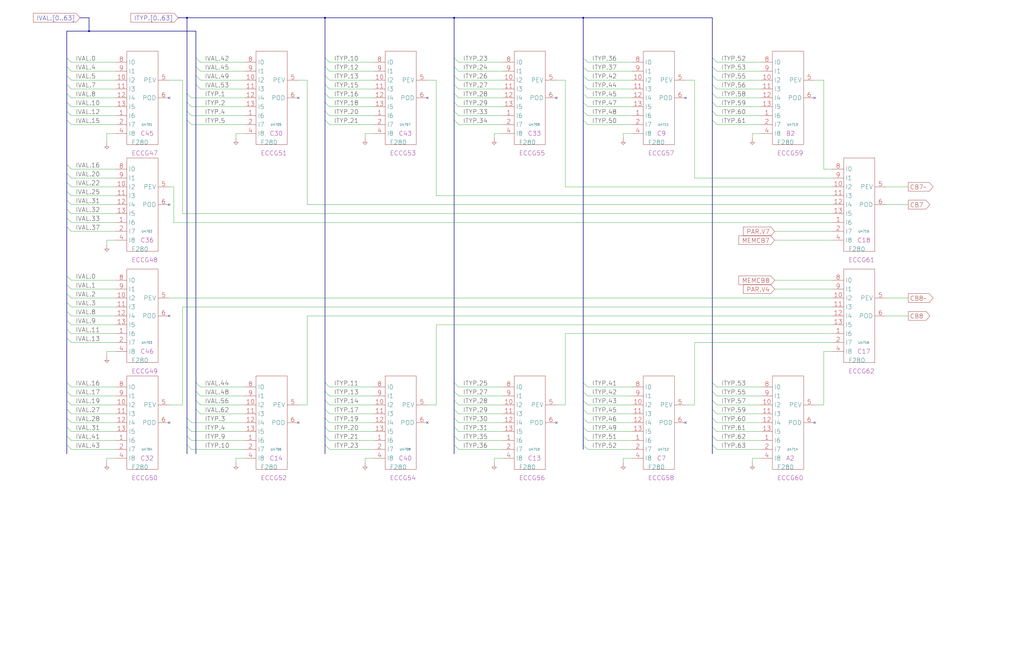
<source format=kicad_sch>
(kicad_sch (version 20250114) (generator "eeschema") (generator_version "9.0")
  (paper "User" 584.2 378.46)
  (title_block (title "ERROR CHECKING & CORRECTION\\nCHECK BITS 7 & 8") (date "22-SEP-90") (rev "2.0") (comment 1 "IOC") (comment 2 "232-003061") (comment 3 "S400") (comment 4 "RELEASED"))
  (lib_symbols
    (symbol "r1000:F280" (pin_names (offset 1.016))
      (property "Reference" "U" (at 2.54 5.08 0))
      (property "Value" "F280" (at -6.35 -5.08 0))
      (property "Location" "___" (at -1.27 0 0))
      (property "Name" "______" (at 1.27 -12.7 0))
      (symbol "F280_1_1"
        (rectangle (start -8.89 46.99) (end 8.89 -6.35))
        (pin input line (at -15.24 40.64 0) (length 6.35) (name "I0") (number "8"))
        (pin input line (at -15.24 35.56 0) (length 6.35) (name "I1") (number "9"))
        (pin input line (at -15.24 30.48 0) (length 6.35) (name "I2") (number "10"))
        (pin input line (at -15.24 25.4 0) (length 6.35) (name "I3") (number "11"))
        (pin input line (at -15.24 20.32 0) (length 6.35) (name "I4") (number "12"))
        (pin input line (at -15.24 15.24 0) (length 6.35) (name "I5") (number "13"))
        (pin input line (at -15.24 10.16 0) (length 6.35) (name "I6") (number "1"))
        (pin input line (at -15.24 5.08 0) (length 6.35) (name "I7") (number "2"))
        (pin input line (at -15.24 0 0) (length 6.35) (name "I8") (number "4"))
        (pin output line (at 15.24 30.48 180) (length 6.35) (name "PEV") (number "5"))
        (pin output line (at 15.24 20.32 180) (length 6.35) (name "POD") (number "6"))
      )
    )
    (symbol "r1000:PD" (power) (pin_numbers (hide yes)) (pin_names (hide yes)) (in_bom no)
      (symbol "PD_0_1"
        (polyline (pts (xy 0 -2.54) (xy 1.27 -2.54) (xy 0 -3.81) (xy -1.27 -2.54) (xy 0 -2.54)) (stroke (width 0.1524)))
      )
      (symbol "PD_1_1"
        (pin power_in line (at 0 0 270) (length 2.54) (name "PD") (number "1"))
      )
    )
  )
  (junction (at 106.68 10.16))
  (junction (at 259.08 10.16))
  (junction (at 50.8 17.78))
  (junction (at 332.74 10.16))
  (junction (at 185.42 10.16))
  (no_connect (at 317.5 241.3))
  (no_connect (at 170.18 241.3))
  (no_connect (at 96.52 116.84))
  (no_connect (at 391.16 55.88))
  (no_connect (at 464.82 55.88))
  (no_connect (at 170.18 55.88))
  (no_connect (at 391.16 241.3))
  (no_connect (at 317.5 55.88))
  (no_connect (at 464.82 241.3))
  (no_connect (at 96.52 241.3))
  (no_connect (at 96.52 180.34))
  (no_connect (at 243.84 55.88))
  (no_connect (at 96.52 55.88))
  (no_connect (at 243.84 241.3))
  (bus_entry (at 185.42 254) (size 2.54 2.54))
  (bus_entry (at 185.42 218.44) (size 2.54 2.54))
  (bus_entry (at 259.08 254) (size 2.54 2.54))
  (bus_entry (at 111.76 38.1) (size 2.54 2.54))
  (bus_entry (at 106.68 58.42) (size 2.54 2.54))
  (bus_entry (at 106.68 243.84) (size 2.54 2.54))
  (bus_entry (at 38.1 157.48) (size 2.54 2.54))
  (bus_entry (at 185.42 68.58) (size 2.54 2.54))
  (bus_entry (at 106.68 248.92) (size 2.54 2.54))
  (bus_entry (at 106.68 68.58) (size 2.54 2.54))
  (bus_entry (at 406.4 218.44) (size 2.54 2.54))
  (bus_entry (at 332.74 68.58) (size 2.54 2.54))
  (bus_entry (at 406.4 38.1) (size 2.54 2.54))
  (bus_entry (at 332.74 48.26) (size 2.54 2.54))
  (bus_entry (at 185.42 243.84) (size 2.54 2.54))
  (bus_entry (at 106.68 238.76) (size 2.54 2.54))
  (bus_entry (at 111.76 233.68) (size 2.54 2.54))
  (bus_entry (at 38.1 114.3) (size 2.54 2.54))
  (bus_entry (at 259.08 63.5) (size 2.54 2.54))
  (bus_entry (at 332.74 58.42) (size 2.54 2.54))
  (bus_entry (at 106.68 254) (size 2.54 2.54))
  (bus_entry (at 185.42 48.26) (size 2.54 2.54))
  (bus_entry (at 332.74 53.34) (size 2.54 2.54))
  (bus_entry (at 111.76 223.52) (size 2.54 2.54))
  (bus_entry (at 38.1 254) (size 2.54 2.54))
  (bus_entry (at 38.1 63.5) (size 2.54 2.54))
  (bus_entry (at 38.1 187.96) (size 2.54 2.54))
  (bus_entry (at 38.1 48.26) (size 2.54 2.54))
  (bus_entry (at 259.08 243.84) (size 2.54 2.54))
  (bus_entry (at 38.1 172.72) (size 2.54 2.54))
  (bus_entry (at 406.4 68.58) (size 2.54 2.54))
  (bus_entry (at 185.42 38.1) (size 2.54 2.54))
  (bus_entry (at 38.1 248.92) (size 2.54 2.54))
  (bus_entry (at 185.42 228.6) (size 2.54 2.54))
  (bus_entry (at 332.74 63.5) (size 2.54 2.54))
  (bus_entry (at 332.74 223.52) (size 2.54 2.54))
  (bus_entry (at 38.1 129.54) (size 2.54 2.54))
  (bus_entry (at 332.74 233.68) (size 2.54 2.54))
  (bus_entry (at 259.08 218.44) (size 2.54 2.54))
  (bus_entry (at 38.1 109.22) (size 2.54 2.54))
  (bus_entry (at 38.1 218.44) (size 2.54 2.54))
  (bus_entry (at 259.08 238.76) (size 2.54 2.54))
  (bus_entry (at 185.42 248.92) (size 2.54 2.54))
  (bus_entry (at 406.4 233.68) (size 2.54 2.54))
  (bus_entry (at 38.1 238.76) (size 2.54 2.54))
  (bus_entry (at 406.4 53.34) (size 2.54 2.54))
  (bus_entry (at 106.68 53.34) (size 2.54 2.54))
  (bus_entry (at 111.76 218.44) (size 2.54 2.54))
  (bus_entry (at 38.1 233.68) (size 2.54 2.54))
  (bus_entry (at 406.4 228.6) (size 2.54 2.54))
  (bus_entry (at 38.1 33.02) (size 2.54 2.54))
  (bus_entry (at 38.1 223.52) (size 2.54 2.54))
  (bus_entry (at 259.08 43.18) (size 2.54 2.54))
  (bus_entry (at 332.74 243.84) (size 2.54 2.54))
  (bus_entry (at 106.68 63.5) (size 2.54 2.54))
  (bus_entry (at 185.42 58.42) (size 2.54 2.54))
  (bus_entry (at 332.74 33.02) (size 2.54 2.54))
  (bus_entry (at 38.1 99.06) (size 2.54 2.54))
  (bus_entry (at 406.4 248.92) (size 2.54 2.54))
  (bus_entry (at 259.08 48.26) (size 2.54 2.54))
  (bus_entry (at 332.74 238.76) (size 2.54 2.54))
  (bus_entry (at 259.08 223.52) (size 2.54 2.54))
  (bus_entry (at 259.08 233.68) (size 2.54 2.54))
  (bus_entry (at 332.74 228.6) (size 2.54 2.54))
  (bus_entry (at 259.08 33.02) (size 2.54 2.54))
  (bus_entry (at 38.1 228.6) (size 2.54 2.54))
  (bus_entry (at 111.76 43.18) (size 2.54 2.54))
  (bus_entry (at 185.42 233.68) (size 2.54 2.54))
  (bus_entry (at 406.4 254) (size 2.54 2.54))
  (bus_entry (at 406.4 58.42) (size 2.54 2.54))
  (bus_entry (at 332.74 38.1) (size 2.54 2.54))
  (bus_entry (at 185.42 33.02) (size 2.54 2.54))
  (bus_entry (at 406.4 223.52) (size 2.54 2.54))
  (bus_entry (at 38.1 177.8) (size 2.54 2.54))
  (bus_entry (at 111.76 228.6) (size 2.54 2.54))
  (bus_entry (at 406.4 48.26) (size 2.54 2.54))
  (bus_entry (at 38.1 182.88) (size 2.54 2.54))
  (bus_entry (at 38.1 93.98) (size 2.54 2.54))
  (bus_entry (at 259.08 68.58) (size 2.54 2.54))
  (bus_entry (at 406.4 243.84) (size 2.54 2.54))
  (bus_entry (at 332.74 254) (size 2.54 2.54))
  (bus_entry (at 185.42 238.76) (size 2.54 2.54))
  (bus_entry (at 259.08 228.6) (size 2.54 2.54))
  (bus_entry (at 38.1 58.42) (size 2.54 2.54))
  (bus_entry (at 38.1 104.14) (size 2.54 2.54))
  (bus_entry (at 38.1 162.56) (size 2.54 2.54))
  (bus_entry (at 38.1 68.58) (size 2.54 2.54))
  (bus_entry (at 332.74 218.44) (size 2.54 2.54))
  (bus_entry (at 259.08 58.42) (size 2.54 2.54))
  (bus_entry (at 406.4 43.18) (size 2.54 2.54))
  (bus_entry (at 38.1 124.46) (size 2.54 2.54))
  (bus_entry (at 38.1 53.34) (size 2.54 2.54))
  (bus_entry (at 38.1 43.18) (size 2.54 2.54))
  (bus_entry (at 38.1 193.04) (size 2.54 2.54))
  (bus_entry (at 38.1 119.38) (size 2.54 2.54))
  (bus_entry (at 259.08 38.1) (size 2.54 2.54))
  (bus_entry (at 332.74 43.18) (size 2.54 2.54))
  (bus_entry (at 38.1 167.64) (size 2.54 2.54))
  (bus_entry (at 111.76 33.02) (size 2.54 2.54))
  (bus_entry (at 38.1 243.84) (size 2.54 2.54))
  (bus_entry (at 185.42 43.18) (size 2.54 2.54))
  (bus_entry (at 259.08 248.92) (size 2.54 2.54))
  (bus_entry (at 185.42 53.34) (size 2.54 2.54))
  (bus_entry (at 111.76 48.26) (size 2.54 2.54))
  (bus_entry (at 185.42 223.52) (size 2.54 2.54))
  (bus_entry (at 406.4 63.5) (size 2.54 2.54))
  (bus_entry (at 185.42 63.5) (size 2.54 2.54))
  (bus_entry (at 259.08 53.34) (size 2.54 2.54))
  (bus_entry (at 406.4 33.02) (size 2.54 2.54))
  (bus_entry (at 332.74 248.92) (size 2.54 2.54))
  (bus_entry (at 38.1 38.1) (size 2.54 2.54))
  (bus_entry (at 406.4 238.76) (size 2.54 2.54))
  (wire (pts (xy 40.64 111.76) (xy 66.04 111.76)))
  (wire (pts (xy 335.28 231.14) (xy 360.68 231.14)))
  (bus (pts (xy 185.42 233.68) (xy 185.42 238.76)))
  (bus (pts (xy 38.1 193.04) (xy 38.1 218.44)))
  (wire (pts (xy 261.62 256.54) (xy 287.02 256.54)))
  (wire (pts (xy 187.96 241.3) (xy 213.36 241.3)))
  (bus (pts (xy 185.42 58.42) (xy 185.42 63.5)))
  (bus (pts (xy 259.08 10.16) (xy 259.08 33.02)))
  (bus (pts (xy 259.08 243.84) (xy 259.08 248.92)))
  (wire (pts (xy 96.52 231.14) (xy 104.14 231.14)))
  (bus (pts (xy 406.4 38.1) (xy 406.4 43.18)))
  (wire (pts (xy 408.94 66.04) (xy 434.34 66.04)))
  (wire (pts (xy 187.96 40.64) (xy 213.36 40.64)))
  (bus (pts (xy 38.1 58.42) (xy 38.1 63.5)))
  (bus (pts (xy 111.76 38.1) (xy 111.76 43.18)))
  (wire (pts (xy 187.96 45.72) (xy 213.36 45.72)))
  (wire (pts (xy 40.64 241.3) (xy 66.04 241.3)))
  (wire (pts (xy 213.36 76.2) (xy 208.28 76.2)))
  (wire (pts (xy 505.46 180.34) (xy 518.16 180.34)))
  (bus (pts (xy 185.42 38.1) (xy 185.42 43.18)))
  (wire (pts (xy 66.04 261.62) (xy 60.96 261.62)))
  (bus (pts (xy 406.4 63.5) (xy 406.4 68.58)))
  (wire (pts (xy 408.94 40.64) (xy 434.34 40.64)))
  (bus (pts (xy 50.8 10.16) (xy 50.8 17.78)))
  (wire (pts (xy 261.62 71.12) (xy 287.02 71.12)))
  (bus (pts (xy 38.1 38.1) (xy 38.1 43.18)))
  (bus (pts (xy 406.4 48.26) (xy 406.4 53.34)))
  (bus (pts (xy 406.4 68.58) (xy 406.4 218.44)))
  (wire (pts (xy 261.62 231.14) (xy 287.02 231.14)))
  (bus (pts (xy 38.1 17.78) (xy 50.8 17.78)))
  (wire (pts (xy 469.9 200.66) (xy 474.98 200.66)))
  (bus (pts (xy 332.74 53.34) (xy 332.74 58.42)))
  (bus (pts (xy 185.42 228.6) (xy 185.42 233.68)))
  (wire (pts (xy 104.14 231.14) (xy 104.14 175.26)))
  (wire (pts (xy 187.96 231.14) (xy 213.36 231.14)))
  (wire (pts (xy 96.52 170.18) (xy 474.98 170.18)))
  (bus (pts (xy 106.68 53.34) (xy 106.68 58.42)))
  (bus (pts (xy 259.08 228.6) (xy 259.08 233.68)))
  (wire (pts (xy 408.94 256.54) (xy 434.34 256.54)))
  (bus (pts (xy 185.42 33.02) (xy 185.42 38.1)))
  (wire (pts (xy 505.46 170.18) (xy 518.16 170.18)))
  (wire (pts (xy 335.28 60.96) (xy 360.68 60.96)))
  (wire (pts (xy 396.24 195.58) (xy 474.98 195.58)))
  (wire (pts (xy 335.28 220.98) (xy 360.68 220.98)))
  (wire (pts (xy 40.64 132.08) (xy 66.04 132.08)))
  (wire (pts (xy 322.58 45.72) (xy 317.5 45.72)))
  (wire (pts (xy 360.68 261.62) (xy 355.6 261.62)))
  (bus (pts (xy 406.4 58.42) (xy 406.4 63.5)))
  (bus (pts (xy 38.1 33.02) (xy 38.1 38.1)))
  (wire (pts (xy 505.46 116.84) (xy 518.16 116.84)))
  (bus (pts (xy 38.1 233.68) (xy 38.1 238.76)))
  (wire (pts (xy 261.62 251.46) (xy 287.02 251.46)))
  (wire (pts (xy 175.26 116.84) (xy 175.26 45.72)))
  (bus (pts (xy 332.74 248.92) (xy 332.74 254)))
  (wire (pts (xy 60.96 76.2) (xy 66.04 76.2)))
  (bus (pts (xy 406.4 218.44) (xy 406.4 223.52)))
  (wire (pts (xy 40.64 236.22) (xy 66.04 236.22)))
  (bus (pts (xy 332.74 218.44) (xy 332.74 223.52)))
  (bus (pts (xy 111.76 48.26) (xy 111.76 218.44)))
  (wire (pts (xy 187.96 60.96) (xy 213.36 60.96)))
  (bus (pts (xy 38.1 53.34) (xy 38.1 58.42)))
  (bus (pts (xy 185.42 238.76) (xy 185.42 243.84)))
  (wire (pts (xy 175.26 45.72) (xy 170.18 45.72)))
  (bus (pts (xy 38.1 114.3) (xy 38.1 119.38)))
  (wire (pts (xy 335.28 55.88) (xy 360.68 55.88)))
  (wire (pts (xy 104.14 121.92) (xy 474.98 121.92)))
  (bus (pts (xy 38.1 177.8) (xy 38.1 182.88)))
  (bus (pts (xy 38.1 124.46) (xy 38.1 129.54)))
  (wire (pts (xy 322.58 231.14) (xy 317.5 231.14)))
  (wire (pts (xy 40.64 226.06) (xy 66.04 226.06)))
  (wire (pts (xy 429.26 261.62) (xy 429.26 264.16)))
  (wire (pts (xy 335.28 251.46) (xy 360.68 251.46)))
  (wire (pts (xy 40.64 66.04) (xy 66.04 66.04)))
  (wire (pts (xy 99.06 106.68) (xy 96.52 106.68)))
  (wire (pts (xy 335.28 256.54) (xy 360.68 256.54)))
  (bus (pts (xy 185.42 254) (xy 185.42 259.08)))
  (bus (pts (xy 111.76 43.18) (xy 111.76 48.26)))
  (bus (pts (xy 38.1 223.52) (xy 38.1 228.6)))
  (bus (pts (xy 185.42 10.16) (xy 259.08 10.16)))
  (wire (pts (xy 396.24 45.72) (xy 396.24 101.6)))
  (wire (pts (xy 109.22 55.88) (xy 139.7 55.88)))
  (wire (pts (xy 248.92 45.72) (xy 248.92 111.76)))
  (wire (pts (xy 187.96 35.56) (xy 213.36 35.56)))
  (wire (pts (xy 40.64 251.46) (xy 66.04 251.46)))
  (bus (pts (xy 185.42 243.84) (xy 185.42 248.92)))
  (wire (pts (xy 109.22 71.12) (xy 139.7 71.12)))
  (wire (pts (xy 40.64 195.58) (xy 66.04 195.58)))
  (bus (pts (xy 259.08 58.42) (xy 259.08 63.5)))
  (bus (pts (xy 38.1 187.96) (xy 38.1 193.04)))
  (bus (pts (xy 38.1 93.98) (xy 38.1 99.06)))
  (wire (pts (xy 114.3 231.14) (xy 139.7 231.14)))
  (wire (pts (xy 40.64 96.52) (xy 66.04 96.52)))
  (bus (pts (xy 38.1 248.92) (xy 38.1 254)))
  (bus (pts (xy 38.1 162.56) (xy 38.1 167.64)))
  (bus (pts (xy 259.08 38.1) (xy 259.08 43.18)))
  (wire (pts (xy 396.24 231.14) (xy 396.24 195.58)))
  (bus (pts (xy 332.74 10.16) (xy 332.74 33.02)))
  (wire (pts (xy 287.02 76.2) (xy 281.94 76.2)))
  (bus (pts (xy 185.42 218.44) (xy 185.42 223.52)))
  (wire (pts (xy 408.94 231.14) (xy 434.34 231.14)))
  (wire (pts (xy 360.68 76.2) (xy 355.6 76.2)))
  (wire (pts (xy 408.94 50.8) (xy 434.34 50.8)))
  (bus (pts (xy 38.1 109.22) (xy 38.1 114.3)))
  (wire (pts (xy 281.94 261.62) (xy 281.94 264.16)))
  (wire (pts (xy 335.28 35.56) (xy 360.68 35.56)))
  (bus (pts (xy 406.4 248.92) (xy 406.4 254)))
  (wire (pts (xy 335.28 45.72) (xy 360.68 45.72)))
  (wire (pts (xy 261.62 40.64) (xy 287.02 40.64)))
  (wire (pts (xy 187.96 246.38) (xy 213.36 246.38)))
  (wire (pts (xy 335.28 71.12) (xy 360.68 71.12)))
  (wire (pts (xy 139.7 76.2) (xy 134.62 76.2)))
  (wire (pts (xy 109.22 60.96) (xy 139.7 60.96)))
  (wire (pts (xy 408.94 246.38) (xy 434.34 246.38)))
  (wire (pts (xy 40.64 190.5) (xy 66.04 190.5)))
  (bus (pts (xy 185.42 248.92) (xy 185.42 254)))
  (bus (pts (xy 38.1 119.38) (xy 38.1 124.46)))
  (wire (pts (xy 335.28 226.06) (xy 360.68 226.06)))
  (wire (pts (xy 96.52 45.72) (xy 104.14 45.72)))
  (wire (pts (xy 187.96 220.98) (xy 213.36 220.98)))
  (wire (pts (xy 40.64 50.8) (xy 66.04 50.8)))
  (bus (pts (xy 259.08 248.92) (xy 259.08 254)))
  (bus (pts (xy 106.68 10.16) (xy 185.42 10.16)))
  (bus (pts (xy 185.42 48.26) (xy 185.42 53.34)))
  (wire (pts (xy 40.64 231.14) (xy 66.04 231.14)))
  (wire (pts (xy 408.94 55.88) (xy 434.34 55.88)))
  (wire (pts (xy 248.92 231.14) (xy 248.92 185.42)))
  (wire (pts (xy 408.94 71.12) (xy 434.34 71.12)))
  (wire (pts (xy 391.16 45.72) (xy 396.24 45.72)))
  (wire (pts (xy 261.62 35.56) (xy 287.02 35.56)))
  (wire (pts (xy 281.94 76.2) (xy 281.94 78.74)))
  (bus (pts (xy 111.76 228.6) (xy 111.76 233.68)))
  (bus (pts (xy 38.1 238.76) (xy 38.1 243.84)))
  (wire (pts (xy 187.96 251.46) (xy 213.36 251.46)))
  (wire (pts (xy 40.64 256.54) (xy 66.04 256.54)))
  (bus (pts (xy 111.76 17.78) (xy 111.76 33.02)))
  (wire (pts (xy 474.98 180.34) (xy 175.26 180.34)))
  (bus (pts (xy 38.1 172.72) (xy 38.1 177.8)))
  (wire (pts (xy 261.62 236.22) (xy 287.02 236.22)))
  (wire (pts (xy 408.94 226.06) (xy 434.34 226.06)))
  (bus (pts (xy 332.74 228.6) (xy 332.74 233.68)))
  (wire (pts (xy 109.22 246.38) (xy 139.7 246.38)))
  (bus (pts (xy 106.68 254) (xy 106.68 259.08)))
  (wire (pts (xy 355.6 261.62) (xy 355.6 264.16)))
  (wire (pts (xy 60.96 81.28) (xy 60.96 76.2)))
  (bus (pts (xy 259.08 48.26) (xy 259.08 53.34)))
  (wire (pts (xy 261.62 66.04) (xy 287.02 66.04)))
  (wire (pts (xy 40.64 116.84) (xy 66.04 116.84)))
  (wire (pts (xy 322.58 190.5) (xy 322.58 231.14)))
  (bus (pts (xy 406.4 243.84) (xy 406.4 248.92)))
  (bus (pts (xy 38.1 182.88) (xy 38.1 187.96)))
  (wire (pts (xy 261.62 226.06) (xy 287.02 226.06)))
  (bus (pts (xy 185.42 10.16) (xy 185.42 33.02)))
  (bus (pts (xy 332.74 58.42) (xy 332.74 63.5)))
  (wire (pts (xy 261.62 220.98) (xy 287.02 220.98)))
  (wire (pts (xy 243.84 231.14) (xy 248.92 231.14)))
  (wire (pts (xy 99.06 127) (xy 99.06 106.68)))
  (bus (pts (xy 38.1 243.84) (xy 38.1 248.92)))
  (wire (pts (xy 213.36 261.62) (xy 208.28 261.62)))
  (wire (pts (xy 248.92 111.76) (xy 474.98 111.76)))
  (wire (pts (xy 261.62 246.38) (xy 287.02 246.38)))
  (bus (pts (xy 406.4 10.16) (xy 406.4 33.02)))
  (wire (pts (xy 104.14 175.26) (xy 474.98 175.26)))
  (wire (pts (xy 441.96 132.08) (xy 474.98 132.08)))
  (bus (pts (xy 406.4 43.18) (xy 406.4 48.26)))
  (wire (pts (xy 134.62 76.2) (xy 134.62 78.74)))
  (wire (pts (xy 335.28 50.8) (xy 360.68 50.8)))
  (wire (pts (xy 322.58 106.68) (xy 322.58 45.72)))
  (bus (pts (xy 332.74 233.68) (xy 332.74 238.76)))
  (wire (pts (xy 505.46 106.68) (xy 518.16 106.68)))
  (bus (pts (xy 406.4 53.34) (xy 406.4 58.42)))
  (bus (pts (xy 406.4 238.76) (xy 406.4 243.84)))
  (bus (pts (xy 185.42 53.34) (xy 185.42 58.42)))
  (bus (pts (xy 259.08 238.76) (xy 259.08 243.84)))
  (wire (pts (xy 66.04 137.16) (xy 60.96 137.16)))
  (wire (pts (xy 40.64 175.26) (xy 66.04 175.26)))
  (bus (pts (xy 259.08 68.58) (xy 259.08 218.44)))
  (bus (pts (xy 38.1 218.44) (xy 38.1 223.52)))
  (wire (pts (xy 355.6 76.2) (xy 355.6 78.74)))
  (wire (pts (xy 408.94 45.72) (xy 434.34 45.72)))
  (bus (pts (xy 106.68 68.58) (xy 106.68 238.76)))
  (bus (pts (xy 106.68 63.5) (xy 106.68 68.58)))
  (bus (pts (xy 38.1 104.14) (xy 38.1 109.22)))
  (wire (pts (xy 187.96 256.54) (xy 213.36 256.54)))
  (bus (pts (xy 332.74 254) (xy 332.74 256.54)))
  (wire (pts (xy 261.62 60.96) (xy 287.02 60.96)))
  (bus (pts (xy 406.4 254) (xy 406.4 259.08)))
  (bus (pts (xy 332.74 238.76) (xy 332.74 243.84)))
  (bus (pts (xy 259.08 223.52) (xy 259.08 228.6)))
  (bus (pts (xy 106.68 10.16) (xy 106.68 53.34)))
  (bus (pts (xy 106.68 248.92) (xy 106.68 254)))
  (wire (pts (xy 40.64 246.38) (xy 66.04 246.38)))
  (bus (pts (xy 111.76 33.02) (xy 111.76 38.1)))
  (wire (pts (xy 187.96 50.8) (xy 213.36 50.8)))
  (wire (pts (xy 175.26 180.34) (xy 175.26 231.14)))
  (wire (pts (xy 208.28 261.62) (xy 208.28 264.16)))
  (wire (pts (xy 408.94 35.56) (xy 434.34 35.56)))
  (wire (pts (xy 60.96 137.16) (xy 60.96 139.7)))
  (bus (pts (xy 38.1 129.54) (xy 38.1 157.48)))
  (wire (pts (xy 187.96 236.22) (xy 213.36 236.22)))
  (wire (pts (xy 441.96 165.1) (xy 474.98 165.1)))
  (wire (pts (xy 187.96 226.06) (xy 213.36 226.06)))
  (wire (pts (xy 335.28 236.22) (xy 360.68 236.22)))
  (wire (pts (xy 40.64 220.98) (xy 66.04 220.98)))
  (wire (pts (xy 434.34 76.2) (xy 429.26 76.2)))
  (wire (pts (xy 114.3 50.8) (xy 139.7 50.8)))
  (wire (pts (xy 469.9 45.72) (xy 469.9 96.52)))
  (bus (pts (xy 38.1 254) (xy 38.1 259.08)))
  (wire (pts (xy 114.3 35.56) (xy 139.7 35.56)))
  (wire (pts (xy 261.62 50.8) (xy 287.02 50.8)))
  (wire (pts (xy 109.22 251.46) (xy 139.7 251.46)))
  (wire (pts (xy 104.14 45.72) (xy 104.14 121.92)))
  (wire (pts (xy 114.3 226.06) (xy 139.7 226.06)))
  (wire (pts (xy 40.64 106.68) (xy 66.04 106.68)))
  (bus (pts (xy 185.42 68.58) (xy 185.42 218.44)))
  (wire (pts (xy 114.3 236.22) (xy 139.7 236.22)))
  (wire (pts (xy 287.02 261.62) (xy 281.94 261.62)))
  (bus (pts (xy 38.1 167.64) (xy 38.1 172.72)))
  (bus (pts (xy 38.1 43.18) (xy 38.1 48.26)))
  (wire (pts (xy 408.94 236.22) (xy 434.34 236.22)))
  (wire (pts (xy 464.82 45.72) (xy 469.9 45.72)))
  (wire (pts (xy 464.82 231.14) (xy 469.9 231.14)))
  (bus (pts (xy 106.68 243.84) (xy 106.68 248.92)))
  (wire (pts (xy 40.64 45.72) (xy 66.04 45.72)))
  (bus (pts (xy 38.1 99.06) (xy 38.1 104.14)))
  (wire (pts (xy 391.16 231.14) (xy 396.24 231.14)))
  (wire (pts (xy 175.26 231.14) (xy 170.18 231.14)))
  (wire (pts (xy 109.22 256.54) (xy 139.7 256.54)))
  (bus (pts (xy 406.4 10.16) (xy 332.74 10.16)))
  (bus (pts (xy 259.08 43.18) (xy 259.08 48.26)))
  (bus (pts (xy 332.74 63.5) (xy 332.74 68.58)))
  (wire (pts (xy 469.9 231.14) (xy 469.9 200.66)))
  (bus (pts (xy 332.74 48.26) (xy 332.74 53.34)))
  (bus (pts (xy 332.74 43.18) (xy 332.74 48.26)))
  (bus (pts (xy 332.74 243.84) (xy 332.74 248.92)))
  (bus (pts (xy 38.1 157.48) (xy 38.1 162.56)))
  (wire (pts (xy 208.28 76.2) (xy 208.28 78.74)))
  (wire (pts (xy 434.34 261.62) (xy 429.26 261.62)))
  (bus (pts (xy 332.74 33.02) (xy 332.74 38.1)))
  (wire (pts (xy 114.3 220.98) (xy 139.7 220.98)))
  (wire (pts (xy 109.22 66.04) (xy 139.7 66.04)))
  (wire (pts (xy 114.3 40.64) (xy 139.7 40.64)))
  (bus (pts (xy 406.4 228.6) (xy 406.4 233.68)))
  (bus (pts (xy 101.6 10.16) (xy 106.68 10.16)))
  (wire (pts (xy 109.22 241.3) (xy 139.7 241.3)))
  (bus (pts (xy 259.08 33.02) (xy 259.08 38.1)))
  (wire (pts (xy 40.64 160.02) (xy 66.04 160.02)))
  (wire (pts (xy 40.64 60.96) (xy 66.04 60.96)))
  (wire (pts (xy 261.62 55.88) (xy 287.02 55.88)))
  (bus (pts (xy 332.74 223.52) (xy 332.74 228.6)))
  (wire (pts (xy 187.96 66.04) (xy 213.36 66.04)))
  (bus (pts (xy 332.74 38.1) (xy 332.74 43.18)))
  (bus (pts (xy 106.68 58.42) (xy 106.68 63.5)))
  (bus (pts (xy 45.72 10.16) (xy 50.8 10.16)))
  (wire (pts (xy 40.64 55.88) (xy 66.04 55.88)))
  (wire (pts (xy 474.98 106.68) (xy 322.58 106.68)))
  (wire (pts (xy 474.98 127) (xy 99.06 127)))
  (wire (pts (xy 66.04 200.66) (xy 60.96 200.66)))
  (wire (pts (xy 40.64 185.42) (xy 66.04 185.42)))
  (wire (pts (xy 243.84 45.72) (xy 248.92 45.72)))
  (wire (pts (xy 40.64 180.34) (xy 66.04 180.34)))
  (wire (pts (xy 441.96 137.16) (xy 474.98 137.16)))
  (bus (pts (xy 406.4 33.02) (xy 406.4 38.1)))
  (wire (pts (xy 187.96 55.88) (xy 213.36 55.88)))
  (bus (pts (xy 111.76 223.52) (xy 111.76 228.6)))
  (bus (pts (xy 259.08 10.16) (xy 332.74 10.16)))
  (wire (pts (xy 335.28 40.64) (xy 360.68 40.64)))
  (bus (pts (xy 259.08 254) (xy 259.08 259.08)))
  (wire (pts (xy 474.98 116.84) (xy 175.26 116.84)))
  (wire (pts (xy 40.64 40.64) (xy 66.04 40.64)))
  (bus (pts (xy 259.08 233.68) (xy 259.08 238.76)))
  (bus (pts (xy 106.68 238.76) (xy 106.68 243.84)))
  (wire (pts (xy 335.28 246.38) (xy 360.68 246.38)))
  (bus (pts (xy 50.8 17.78) (xy 111.76 17.78)))
  (wire (pts (xy 187.96 71.12) (xy 213.36 71.12)))
  (wire (pts (xy 474.98 190.5) (xy 322.58 190.5)))
  (bus (pts (xy 185.42 223.52) (xy 185.42 228.6)))
  (wire (pts (xy 40.64 35.56) (xy 66.04 35.56)))
  (bus (pts (xy 38.1 63.5) (xy 38.1 68.58)))
  (bus (pts (xy 185.42 63.5) (xy 185.42 68.58)))
  (wire (pts (xy 408.94 220.98) (xy 434.34 220.98)))
  (wire (pts (xy 429.26 76.2) (xy 429.26 78.74)))
  (wire (pts (xy 134.62 261.62) (xy 134.62 264.16)))
  (wire (pts (xy 40.64 170.18) (xy 66.04 170.18)))
  (wire (pts (xy 335.28 241.3) (xy 360.68 241.3)))
  (wire (pts (xy 40.64 165.1) (xy 66.04 165.1)))
  (bus (pts (xy 259.08 53.34) (xy 259.08 58.42)))
  (wire (pts (xy 261.62 241.3) (xy 287.02 241.3)))
  (wire (pts (xy 114.3 45.72) (xy 139.7 45.72)))
  (wire (pts (xy 335.28 66.04) (xy 360.68 66.04)))
  (bus (pts (xy 406.4 223.52) (xy 406.4 228.6)))
  (bus (pts (xy 111.76 233.68) (xy 111.76 259.08)))
  (wire (pts (xy 60.96 200.66) (xy 60.96 203.2)))
  (wire (pts (xy 441.96 160.02) (xy 474.98 160.02)))
  (wire (pts (xy 40.64 127) (xy 66.04 127)))
  (bus (pts (xy 185.42 43.18) (xy 185.42 48.26)))
  (wire (pts (xy 396.24 101.6) (xy 474.98 101.6)))
  (wire (pts (xy 40.64 71.12) (xy 66.04 71.12)))
  (wire (pts (xy 408.94 241.3) (xy 434.34 241.3)))
  (wire (pts (xy 40.64 101.6) (xy 66.04 101.6)))
  (wire (pts (xy 469.9 96.52) (xy 474.98 96.52)))
  (bus (pts (xy 38.1 228.6) (xy 38.1 233.68)))
  (bus (pts (xy 111.76 218.44) (xy 111.76 223.52)))
  (wire (pts (xy 139.7 261.62) (xy 134.62 261.62)))
  (bus (pts (xy 406.4 233.68) (xy 406.4 238.76)))
  (wire (pts (xy 40.64 121.92) (xy 66.04 121.92)))
  (bus (pts (xy 38.1 17.78) (xy 38.1 33.02)))
  (wire (pts (xy 408.94 60.96) (xy 434.34 60.96)))
  (wire (pts (xy 248.92 185.42) (xy 474.98 185.42)))
  (bus (pts (xy 38.1 68.58) (xy 38.1 93.98)))
  (wire (pts (xy 60.96 261.62) (xy 60.96 264.16)))
  (wire (pts (xy 261.62 45.72) (xy 287.02 45.72)))
  (wire (pts (xy 408.94 251.46) (xy 434.34 251.46)))
  (bus (pts (xy 332.74 68.58) (xy 332.74 218.44)))
  (bus (pts (xy 38.1 48.26) (xy 38.1 53.34)))
  (bus (pts (xy 259.08 218.44) (xy 259.08 223.52)))
  (bus (pts (xy 259.08 63.5) (xy 259.08 68.58)))
  (label "IVAL.19" (at 43.18 231.14 0) (effects (font (size 2.54 2.54))))
  (label "ITYP.63" (at 411.48 256.54 0) (effects (font (size 2.54 2.54))))
  (label "IVAL.43" (at 43.18 256.54 0) (effects (font (size 2.54 2.54))))
  (label "IVAL.13" (at 43.18 195.58 0) (effects (font (size 2.54 2.54))))
  (label "ITYP.41" (at 337.82 220.98 0) (effects (font (size 2.54 2.54))))
  (label "ITYP.11" (at 190.5 220.98 0) (effects (font (size 2.54 2.54))))
  (label "ITYP.35" (at 264.16 251.46 0) (effects (font (size 2.54 2.54))))
  (label "ITYP.45" (at 337.82 236.22 0) (effects (font (size 2.54 2.54))))
  (label "ITYP.5" (at 116.84 71.12 0) (effects (font (size 2.54 2.54))))
  (label "ITYP.42" (at 337.82 45.72 0) (effects (font (size 2.54 2.54))))
  (label "ITYP.20" (at 190.5 66.04 0) (effects (font (size 2.54 2.54))))
  (label "ITYP.10" (at 116.84 256.54 0) (effects (font (size 2.54 2.54))))
  (label "ITYP.29" (at 264.16 236.22 0) (effects (font (size 2.54 2.54))))
  (label "IVAL.15" (at 43.18 71.12 0) (effects (font (size 2.54 2.54))))
  (label "ITYP.24" (at 264.16 40.64 0) (effects (font (size 2.54 2.54))))
  (label "IVAL.37" (at 43.18 132.08 0) (effects (font (size 2.54 2.54))))
  (label "ITYP.36" (at 264.16 256.54 0) (effects (font (size 2.54 2.54))))
  (label "ITYP.43" (at 337.82 231.14 0) (effects (font (size 2.54 2.54))))
  (label "ITYP.46" (at 337.82 241.3 0) (effects (font (size 2.54 2.54))))
  (label "IVAL.0" (at 43.18 160.02 0) (effects (font (size 2.54 2.54))))
  (label "ITYP.28" (at 264.16 231.14 0) (effects (font (size 2.54 2.54))))
  (label "ITYP.27" (at 264.16 226.06 0) (effects (font (size 2.54 2.54))))
  (label "ITYP.49" (at 337.82 246.38 0) (effects (font (size 2.54 2.54))))
  (label "ITYP.20" (at 190.5 246.38 0) (effects (font (size 2.54 2.54))))
  (label "ITYP.3" (at 116.84 241.3 0) (effects (font (size 2.54 2.54))))
  (label "ITYP.52" (at 337.82 256.54 0) (effects (font (size 2.54 2.54))))
  (label "IVAL.32" (at 43.18 121.92 0) (effects (font (size 2.54 2.54))))
  (label "IVAL.53" (at 116.84 50.8 0) (effects (font (size 2.54 2.54))))
  (label "ITYP.61" (at 411.48 246.38 0) (effects (font (size 2.54 2.54))))
  (label "ITYP.51" (at 337.82 251.46 0) (effects (font (size 2.54 2.54))))
  (label "IVAL.8" (at 43.18 55.88 0) (effects (font (size 2.54 2.54))))
  (label "IVAL.7" (at 43.18 50.8 0) (effects (font (size 2.54 2.54))))
  (label "IVAL.16" (at 43.18 220.98 0) (effects (font (size 2.54 2.54))))
  (label "IVAL.27" (at 43.18 236.22 0) (effects (font (size 2.54 2.54))))
  (label "ITYP.59" (at 411.48 236.22 0) (effects (font (size 2.54 2.54))))
  (label "IVAL.28" (at 43.18 241.3 0) (effects (font (size 2.54 2.54))))
  (label "ITYP.33" (at 264.16 66.04 0) (effects (font (size 2.54 2.54))))
  (label "IVAL.4" (at 43.18 40.64 0) (effects (font (size 2.54 2.54))))
  (label "IVAL.31" (at 43.18 116.84 0) (effects (font (size 2.54 2.54))))
  (label "ITYP.36" (at 337.82 35.56 0) (effects (font (size 2.54 2.54))))
  (label "ITYP.27" (at 264.16 50.8 0) (effects (font (size 2.54 2.54))))
  (label "ITYP.10" (at 190.5 35.56 0) (effects (font (size 2.54 2.54))))
  (label "ITYP.31" (at 264.16 246.38 0) (effects (font (size 2.54 2.54))))
  (label "ITYP.21" (at 190.5 251.46 0) (effects (font (size 2.54 2.54))))
  (label "ITYP.56" (at 411.48 50.8 0) (effects (font (size 2.54 2.54))))
  (label "IVAL.1" (at 43.18 165.1 0) (effects (font (size 2.54 2.54))))
  (label "ITYP.53" (at 411.48 40.64 0) (effects (font (size 2.54 2.54))))
  (label "ITYP.15" (at 190.5 50.8 0) (effects (font (size 2.54 2.54))))
  (label "IVAL.0" (at 43.18 35.56 0) (effects (font (size 2.54 2.54))))
  (label "ITYP.48" (at 337.82 66.04 0) (effects (font (size 2.54 2.54))))
  (label "IVAL.9" (at 43.18 185.42 0) (effects (font (size 2.54 2.54))))
  (label "IVAL.33" (at 43.18 127 0) (effects (font (size 2.54 2.54))))
  (label "IVAL.12" (at 43.18 66.04 0) (effects (font (size 2.54 2.54))))
  (label "ITYP.59" (at 411.48 60.96 0) (effects (font (size 2.54 2.54))))
  (label "ITYP.18" (at 190.5 60.96 0) (effects (font (size 2.54 2.54))))
  (label "ITYP.52" (at 411.48 35.56 0) (effects (font (size 2.54 2.54))))
  (label "IVAL.56" (at 116.84 231.14 0) (effects (font (size 2.54 2.54))))
  (label "IVAL.49" (at 116.84 45.72 0) (effects (font (size 2.54 2.54))))
  (label "IVAL.16" (at 43.18 96.52 0) (effects (font (size 2.54 2.54))))
  (label "ITYP.9" (at 116.84 251.46 0) (effects (font (size 2.54 2.54))))
  (label "IVAL.20" (at 43.18 101.6 0) (effects (font (size 2.54 2.54))))
  (label "ITYP.61" (at 411.48 71.12 0) (effects (font (size 2.54 2.54))))
  (label "ITYP.12" (at 190.5 40.64 0) (effects (font (size 2.54 2.54))))
  (label "IVAL.22" (at 43.18 106.68 0) (effects (font (size 2.54 2.54))))
  (label "ITYP.50" (at 337.82 71.12 0) (effects (font (size 2.54 2.54))))
  (label "ITYP.55" (at 411.48 45.72 0) (effects (font (size 2.54 2.54))))
  (label "IVAL.5" (at 43.18 45.72 0) (effects (font (size 2.54 2.54))))
  (label "ITYP.34" (at 264.16 71.12 0) (effects (font (size 2.54 2.54))))
  (label "ITYP.17" (at 190.5 236.22 0) (effects (font (size 2.54 2.54))))
  (label "ITYP.19" (at 190.5 241.3 0) (effects (font (size 2.54 2.54))))
  (label "IVAL.44" (at 116.84 220.98 0) (effects (font (size 2.54 2.54))))
  (label "ITYP.42" (at 337.82 226.06 0) (effects (font (size 2.54 2.54))))
  (label "ITYP.60" (at 411.48 66.04 0) (effects (font (size 2.54 2.54))))
  (label "ITYP.4" (at 116.84 66.04 0) (effects (font (size 2.54 2.54))))
  (label "IVAL.8" (at 43.18 180.34 0) (effects (font (size 2.54 2.54))))
  (label "ITYP.28" (at 264.16 55.88 0) (effects (font (size 2.54 2.54))))
  (label "ITYP.29" (at 264.16 60.96 0) (effects (font (size 2.54 2.54))))
  (label "IVAL.2" (at 43.18 170.18 0) (effects (font (size 2.54 2.54))))
  (label "ITYP.44" (at 337.82 50.8 0) (effects (font (size 2.54 2.54))))
  (label "IVAL.45" (at 116.84 40.64 0) (effects (font (size 2.54 2.54))))
  (label "ITYP.62" (at 411.48 251.46 0) (effects (font (size 2.54 2.54))))
  (label "ITYP.53" (at 411.48 220.98 0) (effects (font (size 2.54 2.54))))
  (label "ITYP.14" (at 190.5 231.14 0) (effects (font (size 2.54 2.54))))
  (label "ITYP.45" (at 337.82 55.88 0) (effects (font (size 2.54 2.54))))
  (label "ITYP.23" (at 264.16 35.56 0) (effects (font (size 2.54 2.54))))
  (label "ITYP.26" (at 264.16 45.72 0) (effects (font (size 2.54 2.54))))
  (label "IVAL.41" (at 43.18 251.46 0) (effects (font (size 2.54 2.54))))
  (label "ITYP.13" (at 190.5 226.06 0) (effects (font (size 2.54 2.54))))
  (label "ITYP.57" (at 411.48 231.14 0) (effects (font (size 2.54 2.54))))
  (label "IVAL.31" (at 43.18 246.38 0) (effects (font (size 2.54 2.54))))
  (label "ITYP.21" (at 190.5 71.12 0) (effects (font (size 2.54 2.54))))
  (label "ITYP.2" (at 116.84 60.96 0) (effects (font (size 2.54 2.54))))
  (label "ITYP.13" (at 190.5 45.72 0) (effects (font (size 2.54 2.54))))
  (label "ITYP.25" (at 264.16 220.98 0) (effects (font (size 2.54 2.54))))
  (label "IVAL.25" (at 43.18 111.76 0) (effects (font (size 2.54 2.54))))
  (label "IVAL.17" (at 43.18 226.06 0) (effects (font (size 2.54 2.54))))
  (label "ITYP.58" (at 411.48 55.88 0) (effects (font (size 2.54 2.54))))
  (label "ITYP.47" (at 337.82 60.96 0) (effects (font (size 2.54 2.54))))
  (label "IVAL.11" (at 43.18 190.5 0) (effects (font (size 2.54 2.54))))
  (label "IVAL.48" (at 116.84 226.06 0) (effects (font (size 2.54 2.54))))
  (label "ITYP.30" (at 264.16 241.3 0) (effects (font (size 2.54 2.54))))
  (label "ITYP.4" (at 116.84 246.38 0) (effects (font (size 2.54 2.54))))
  (label "IVAL.62" (at 116.84 236.22 0) (effects (font (size 2.54 2.54))))
  (label "IVAL.3" (at 43.18 175.26 0) (effects (font (size 2.54 2.54))))
  (label "ITYP.60" (at 411.48 241.3 0) (effects (font (size 2.54 2.54))))
  (label "ITYP.23" (at 190.5 256.54 0) (effects (font (size 2.54 2.54))))
  (label "ITYP.55" (at 411.48 226.06 0) (effects (font (size 2.54 2.54))))
  (label "IVAL.10" (at 43.18 60.96 0) (effects (font (size 2.54 2.54))))
  (label "ITYP.16" (at 190.5 55.88 0) (effects (font (size 2.54 2.54))))
  (label "ITYP.1" (at 116.84 55.88 0) (effects (font (size 2.54 2.54))))
  (label "ITYP.37" (at 337.82 40.64 0) (effects (font (size 2.54 2.54))))
  (label "IVAL.42" (at 116.84 35.56 0) (effects (font (size 2.54 2.54))))
  (global_label "CB7" (shape output) (at 518.16 116.84 0) (effects (font (size 2.54 2.54))) (property "Intersheetrefs" "${INTERSHEET_REFS}" (at 530.485 116.6813 0) (effects (font (size 1.905 1.905)) (justify left))))
  (global_label "CB8" (shape output) (at 518.16 180.34 0) (effects (font (size 2.54 2.54))) (property "Intersheetrefs" "${INTERSHEET_REFS}" (at 530.485 180.1813 0) (effects (font (size 1.905 1.905)) (justify left))))
  (global_label "MEMCB8" (shape input) (at 441.96 160.02 180) (effects (font (size 2.54 2.54))) (property "Intersheetrefs" "${INTERSHEET_REFS}" (at 421.5311 159.8613 0) (effects (font (size 1.905 1.905)) (justify right))))
  (global_label "ITYP.[0..63]" (shape input) (at 101.6 10.16 180) (effects (font (size 2.54 2.54))) (property "Intersheetrefs" "${INTERSHEET_REFS}" (at 74.6397 10.0013 0) (effects (font (size 1.905 1.905)) (justify right))))
  (global_label "IVAL.[0..63]" (shape input) (at 45.72 10.16 180) (effects (font (size 2.54 2.54))) (property "Intersheetrefs" "${INTERSHEET_REFS}" (at 19.0016 10.0013 0) (effects (font (size 1.905 1.905)) (justify right))))
  (global_label "MEMCB7" (shape input) (at 441.96 137.16 180) (effects (font (size 2.54 2.54))) (property "Intersheetrefs" "${INTERSHEET_REFS}" (at 421.5311 137.0013 0) (effects (font (size 1.905 1.905)) (justify right))))
  (global_label "PAR.V7" (shape input) (at 441.96 132.08 180) (effects (font (size 2.54 2.54))) (property "Intersheetrefs" "${INTERSHEET_REFS}" (at 424.0711 131.9213 0) (effects (font (size 1.905 1.905)) (justify right))))
  (global_label "CB8~" (shape output) (at 518.16 170.18 0) (effects (font (size 2.54 2.54))) (property "Intersheetrefs" "${INTERSHEET_REFS}" (at 532.2993 170.0213 0) (effects (font (size 1.905 1.905)) (justify left))))
  (global_label "CB7~" (shape output) (at 518.16 106.68 0) (effects (font (size 2.54 2.54))) (property "Intersheetrefs" "${INTERSHEET_REFS}" (at 532.2993 106.5213 0) (effects (font (size 1.905 1.905)) (justify left))))
  (global_label "PAR.V4" (shape input) (at 441.96 165.1 180) (effects (font (size 2.54 2.54))) (property "Intersheetrefs" "${INTERSHEET_REFS}" (at 424.0711 164.9413 0) (effects (font (size 1.905 1.905)) (justify right))))
  (symbol (lib_id "r1000:F280") (at 302.26 261.62 0) (unit 1)
    (property "Reference" "U4710" (at 304.8 256.54 0))
    (property "Value" "F280" (at 295.91 266.7 0) (effects (font (size 2.54 2.54)) (justify left)))
    (property "Location" "C13" (at 300.99 261.62 0) (effects (font (size 2.54 2.54)) (justify left)))
    (property "Name" "ECCG56" (at 303.53 274.32 0) (effects (font (size 2.54 2.54)) (justify bottom)))
  )
  (symbol (lib_id "r1000:F280") (at 375.92 76.2 0) (unit 1)
    (property "Reference" "U4711" (at 378.46 71.12 0))
    (property "Value" "F280" (at 369.57 81.28 0) (effects (font (size 2.54 2.54)) (justify left)))
    (property "Location" "C9" (at 374.65 76.2 0) (effects (font (size 2.54 2.54)) (justify left)))
    (property "Name" "ECCG57" (at 377.19 88.9 0) (effects (font (size 2.54 2.54)) (justify bottom)))
  )
  (symbol (lib_id "r1000:F280") (at 81.28 261.62 0) (unit 1)
    (property "Reference" "U4704" (at 83.82 256.54 0))
    (property "Value" "F280" (at 74.93 266.7 0) (effects (font (size 2.54 2.54)) (justify left)))
    (property "Location" "C32" (at 80.01 261.62 0) (effects (font (size 2.54 2.54)) (justify left)))
    (property "Name" "ECCG50" (at 82.55 274.32 0) (effects (font (size 2.54 2.54)) (justify bottom)))
  )
  (symbol (lib_id "r1000:PD") (at 60.96 203.2 0) (unit 1) (in_bom no)
    (property "Reference" "#PWR04703" (effects (hide yes)))
    (property "Value" "PD" (effects (hide yes)))
  )
  (symbol (lib_id "r1000:F280") (at 154.94 261.62 0) (unit 1)
    (property "Reference" "U4706" (at 157.48 256.54 0))
    (property "Value" "F280" (at 148.59 266.7 0) (effects (font (size 2.54 2.54)) (justify left)))
    (property "Location" "C14" (at 153.67 261.62 0) (effects (font (size 2.54 2.54)) (justify left)))
    (property "Name" "ECCG52" (at 156.21 274.32 0) (effects (font (size 2.54 2.54)) (justify bottom)))
  )
  (symbol (lib_id "r1000:F280") (at 490.22 137.16 0) (unit 1)
    (property "Reference" "U4715" (at 492.76 132.08 0))
    (property "Value" "F280" (at 483.87 142.24 0) (effects (font (size 2.54 2.54)) (justify left)))
    (property "Location" "C18" (at 488.95 137.16 0) (effects (font (size 2.54 2.54)) (justify left)))
    (property "Name" "ECCG61" (at 491.49 149.86 0) (effects (font (size 2.54 2.54)) (justify bottom)))
  )
  (symbol (lib_id "r1000:F280") (at 302.26 76.2 0) (unit 1)
    (property "Reference" "U4709" (at 304.8 71.12 0))
    (property "Value" "F280" (at 295.91 81.28 0) (effects (font (size 2.54 2.54)) (justify left)))
    (property "Location" "C33" (at 300.99 76.2 0) (effects (font (size 2.54 2.54)) (justify left)))
    (property "Name" "ECCG55" (at 303.53 88.9 0) (effects (font (size 2.54 2.54)) (justify bottom)))
  )
  (symbol (lib_id "r1000:PD") (at 355.6 78.74 0) (unit 1) (in_bom no)
    (property "Reference" "#PWR04711" (effects (hide yes)))
    (property "Value" "PD" (effects (hide yes)))
  )
  (symbol (lib_id "r1000:F280") (at 81.28 200.66 0) (unit 1)
    (property "Reference" "U4703" (at 83.82 195.58 0))
    (property "Value" "F280" (at 74.93 205.74 0) (effects (font (size 2.54 2.54)) (justify left)))
    (property "Location" "C46" (at 80.01 200.66 0) (effects (font (size 2.54 2.54)) (justify left)))
    (property "Name" "ECCG49" (at 82.55 213.36 0) (effects (font (size 2.54 2.54)) (justify bottom)))
  )
  (symbol (lib_id "r1000:PD") (at 60.96 81.28 0) (unit 1) (in_bom no)
    (property "Reference" "#PWR04701" (effects (hide yes)))
    (property "Value" "PD" (effects (hide yes)))
  )
  (symbol (lib_id "r1000:F280") (at 154.94 76.2 0) (unit 1)
    (property "Reference" "U4705" (at 157.48 71.12 0))
    (property "Value" "F280" (at 148.59 81.28 0) (effects (font (size 2.54 2.54)) (justify left)))
    (property "Location" "C30" (at 153.67 76.2 0) (effects (font (size 2.54 2.54)) (justify left)))
    (property "Name" "ECCG51" (at 156.21 88.9 0) (effects (font (size 2.54 2.54)) (justify bottom)))
  )
  (symbol (lib_id "r1000:PD") (at 134.62 264.16 0) (unit 1) (in_bom no)
    (property "Reference" "#PWR04706" (effects (hide yes)))
    (property "Value" "PD" (effects (hide yes)))
  )
  (symbol (lib_id "r1000:PD") (at 355.6 264.16 0) (unit 1) (in_bom no)
    (property "Reference" "#PWR04712" (effects (hide yes)))
    (property "Value" "PD" (effects (hide yes)))
  )
  (symbol (lib_id "r1000:PD") (at 429.26 264.16 0) (unit 1) (in_bom no)
    (property "Reference" "#PWR04714" (effects (hide yes)))
    (property "Value" "PD" (effects (hide yes)))
  )
  (symbol (lib_id "r1000:PD") (at 208.28 264.16 0) (unit 1) (in_bom no)
    (property "Reference" "#PWR04708" (effects (hide yes)))
    (property "Value" "PD" (effects (hide yes)))
  )
  (symbol (lib_id "r1000:F280") (at 228.6 76.2 0) (unit 1)
    (property "Reference" "U4707" (at 231.14 71.12 0))
    (property "Value" "F280" (at 222.25 81.28 0) (effects (font (size 2.54 2.54)) (justify left)))
    (property "Location" "C43" (at 227.33 76.2 0) (effects (font (size 2.54 2.54)) (justify left)))
    (property "Name" "ECCG53" (at 229.87 88.9 0) (effects (font (size 2.54 2.54)) (justify bottom)))
  )
  (symbol (lib_id "r1000:F280") (at 81.28 76.2 0) (unit 1)
    (property "Reference" "U4701" (at 83.82 71.12 0))
    (property "Value" "F280" (at 74.93 81.28 0) (effects (font (size 2.54 2.54)) (justify left)))
    (property "Location" "C45" (at 80.01 76.2 0) (effects (font (size 2.54 2.54)) (justify left)))
    (property "Name" "ECCG47" (at 82.55 88.9 0) (effects (font (size 2.54 2.54)) (justify bottom)))
  )
  (symbol (lib_id "r1000:PD") (at 60.96 264.16 0) (unit 1) (in_bom no)
    (property "Reference" "#PWR04704" (effects (hide yes)))
    (property "Value" "PD" (effects (hide yes)))
  )
  (symbol (lib_id "r1000:F280") (at 375.92 261.62 0) (unit 1)
    (property "Reference" "U4712" (at 378.46 256.54 0))
    (property "Value" "F280" (at 369.57 266.7 0) (effects (font (size 2.54 2.54)) (justify left)))
    (property "Location" "C7" (at 374.65 261.62 0) (effects (font (size 2.54 2.54)) (justify left)))
    (property "Name" "ECCG58" (at 377.19 274.32 0) (effects (font (size 2.54 2.54)) (justify bottom)))
  )
  (symbol (lib_id "r1000:F280") (at 490.22 200.66 0) (unit 1)
    (property "Reference" "U4716" (at 492.76 195.58 0))
    (property "Value" "F280" (at 483.87 205.74 0) (effects (font (size 2.54 2.54)) (justify left)))
    (property "Location" "C17" (at 488.95 200.66 0) (effects (font (size 2.54 2.54)) (justify left)))
    (property "Name" "ECCG62" (at 491.49 213.36 0) (effects (font (size 2.54 2.54)) (justify bottom)))
  )
  (symbol (lib_id "r1000:PD") (at 134.62 78.74 0) (unit 1) (in_bom no)
    (property "Reference" "#PWR04705" (effects (hide yes)))
    (property "Value" "PD" (effects (hide yes)))
  )
  (symbol (lib_id "r1000:PD") (at 60.96 139.7 0) (unit 1) (in_bom no)
    (property "Reference" "#PWR04702" (effects (hide yes)))
    (property "Value" "PD" (effects (hide yes)))
  )
  (symbol (lib_id "r1000:F280") (at 449.58 76.2 0) (unit 1)
    (property "Reference" "U4713" (at 452.12 71.12 0))
    (property "Value" "F280" (at 443.23 81.28 0) (effects (font (size 2.54 2.54)) (justify left)))
    (property "Location" "B2" (at 448.31 76.2 0) (effects (font (size 2.54 2.54)) (justify left)))
    (property "Name" "ECCG59" (at 450.85 88.9 0) (effects (font (size 2.54 2.54)) (justify bottom)))
  )
  (symbol (lib_id "r1000:F280") (at 228.6 261.62 0) (unit 1)
    (property "Reference" "U4708" (at 231.14 256.54 0))
    (property "Value" "F280" (at 222.25 266.7 0) (effects (font (size 2.54 2.54)) (justify left)))
    (property "Location" "C40" (at 227.33 261.62 0) (effects (font (size 2.54 2.54)) (justify left)))
    (property "Name" "ECCG54" (at 229.87 274.32 0) (effects (font (size 2.54 2.54)) (justify bottom)))
  )
  (symbol (lib_id "r1000:PD") (at 281.94 78.74 0) (unit 1) (in_bom no)
    (property "Reference" "#PWR04709" (effects (hide yes)))
    (property "Value" "PD" (effects (hide yes)))
  )
  (symbol (lib_id "r1000:PD") (at 208.28 78.74 0) (unit 1) (in_bom no)
    (property "Reference" "#PWR04707" (effects (hide yes)))
    (property "Value" "PD" (effects (hide yes)))
  )
  (symbol (lib_id "r1000:F280") (at 449.58 261.62 0) (unit 1)
    (property "Reference" "U4714" (at 452.12 256.54 0))
    (property "Value" "F280" (at 443.23 266.7 0) (effects (font (size 2.54 2.54)) (justify left)))
    (property "Location" "A2" (at 448.31 261.62 0) (effects (font (size 2.54 2.54)) (justify left)))
    (property "Name" "ECCG60" (at 450.85 274.32 0) (effects (font (size 2.54 2.54)) (justify bottom)))
  )
  (symbol (lib_id "r1000:PD") (at 281.94 264.16 0) (unit 1) (in_bom no)
    (property "Reference" "#PWR04710" (effects (hide yes)))
    (property "Value" "PD" (effects (hide yes)))
  )
  (symbol (lib_id "r1000:PD") (at 429.26 78.74 0) (unit 1) (in_bom no)
    (property "Reference" "#PWR04713" (effects (hide yes)))
    (property "Value" "PD" (effects (hide yes)))
  )
  (symbol (lib_id "r1000:F280") (at 81.28 137.16 0) (unit 1)
    (property "Reference" "U4702" (at 83.82 132.08 0))
    (property "Value" "F280" (at 74.93 142.24 0) (effects (font (size 2.54 2.54)) (justify left)))
    (property "Location" "C36" (at 80.01 137.16 0) (effects (font (size 2.54 2.54)) (justify left)))
    (property "Name" "ECCG48" (at 82.55 149.86 0) (effects (font (size 2.54 2.54)) (justify bottom)))
  )
)
</source>
